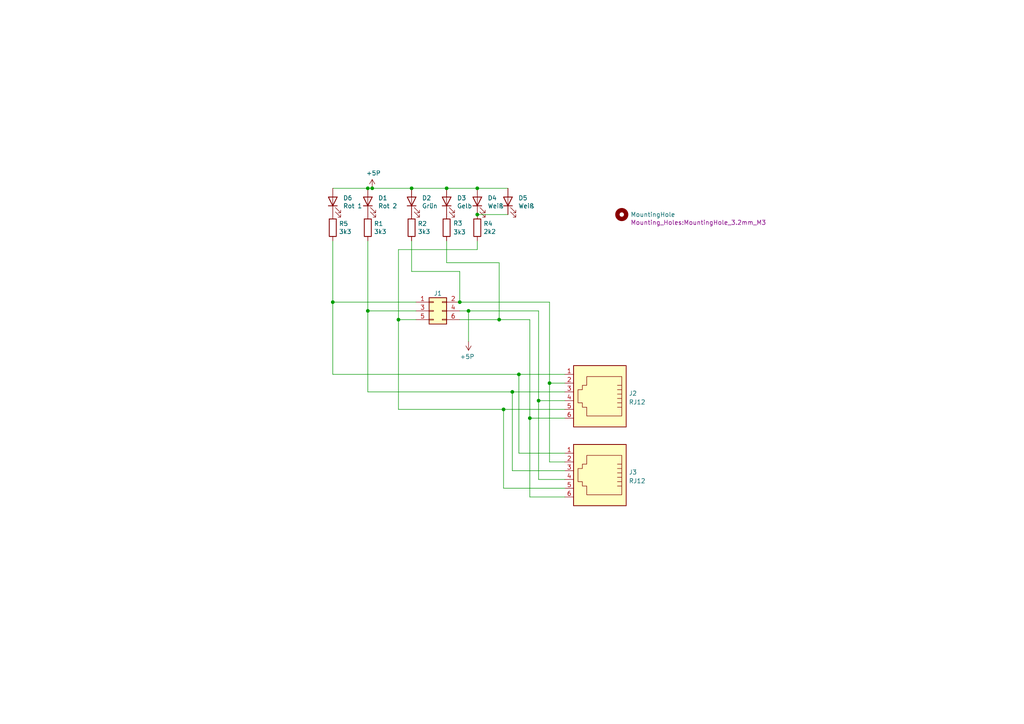
<source format=kicad_sch>
(kicad_sch (version 20211123) (generator eeschema)
  (paper "A4")
  (lib_symbols
    (symbol "Connector:RJ12" (pin_names (offset 1.016))
      (property "Reference" "J" (at -5.08 11.43 0))
      (property "Value" "RJ12" (at 2.54 11.43 0))
      (symbol "RJ12_0_1"
        (polyline (pts (xy -6.35 -1.905) (xy -5.08 -1.905) (xy -5.08 -1.905)))
        (polyline (pts (xy -6.35 -0.635) (xy -5.08 -0.635) (xy -5.08 -0.635)))
        (polyline (pts (xy -6.35 0.635) (xy -5.08 0.635) (xy -5.08 0.635)))
        (polyline (pts (xy -6.35 1.905) (xy -5.08 1.905) (xy -5.08 1.905)))
        (polyline (pts (xy -6.35 3.175) (xy -5.08 3.175) (xy -5.08 3.175)))
        (polyline (pts (xy -5.08 4.445) (xy -6.35 4.445) (xy -6.35 4.445)))
        (polyline (pts (xy -6.35 -4.445) (xy -6.35 6.985) (xy 3.81 6.985) (xy 3.81 4.445) (xy 5.08 4.445) (xy 5.08 3.175) (xy 6.35 3.175) (xy 6.35 -0.635) (xy 5.08 -0.635) (xy 5.08 -1.905) (xy 3.81 -1.905) (xy 3.81 -4.445) (xy -6.35 -4.445) (xy -6.35 -4.445)))
        (rectangle (start 7.62 10.16) (end -7.62 -7.62) (stroke (width 0.254)) (fill (type background)))
      )
      (symbol "RJ12_1_1"
        (pin passive line (at 10.16 -5.08 180) (length 2.54) (name "~") (number "1"))
        (pin passive line (at 10.16 -2.54 180) (length 2.54) (name "~") (number "2"))
        (pin passive line (at 10.16 0 180) (length 2.54) (name "~") (number "3"))
        (pin passive line (at 10.16 2.54 180) (length 2.54) (name "~") (number "4"))
        (pin passive line (at 10.16 5.08 180) (length 2.54) (name "~") (number "5"))
        (pin passive line (at 10.16 7.62 180) (length 2.54) (name "~") (number "6"))
      )
    )
    (symbol "Connector_Generic:Conn_02x03_Odd_Even" (pin_names (offset 1.016) hide)
      (property "Reference" "J" (at 1.27 5.08 0))
      (property "Value" "Conn_02x03_Odd_Even" (at 1.27 -5.08 0))
      (symbol "Conn_02x03_Odd_Even_1_1"
        (rectangle (start -1.27 -2.413) (end 0 -2.667) (stroke (width 0.1524)))
        (rectangle (start -1.27 0.127) (end 0 -0.127) (stroke (width 0.1524)))
        (rectangle (start -1.27 2.667) (end 0 2.413) (stroke (width 0.1524)))
        (rectangle (start -1.27 3.81) (end 3.81 -3.81) (stroke (width 0.254)) (fill (type background)))
        (rectangle (start 3.81 -2.413) (end 2.54 -2.667) (stroke (width 0.1524)))
        (rectangle (start 3.81 0.127) (end 2.54 -0.127) (stroke (width 0.1524)))
        (rectangle (start 3.81 2.667) (end 2.54 2.413) (stroke (width 0.1524)))
        (pin passive line (at -5.08 2.54 0) (length 3.81) (name "Pin_1") (number "1"))
        (pin passive line (at 7.62 2.54 180) (length 3.81) (name "Pin_2") (number "2"))
        (pin passive line (at -5.08 0 0) (length 3.81) (name "Pin_3") (number "3"))
        (pin passive line (at 7.62 0 180) (length 3.81) (name "Pin_4") (number "4"))
        (pin passive line (at -5.08 -2.54 0) (length 3.81) (name "Pin_5") (number "5"))
        (pin passive line (at 7.62 -2.54 180) (length 3.81) (name "Pin_6") (number "6"))
      )
    )
    (symbol "Device:LED" (pin_numbers hide) (pin_names (offset 1.016) hide)
      (property "Reference" "D" (at 0 2.54 0))
      (property "Value" "LED" (at 0 -2.54 0))
      (symbol "LED_0_1"
        (polyline (pts (xy -1.27 -1.27) (xy -1.27 1.27)) (stroke (width 0.254)))
        (polyline (pts (xy -1.27 0) (xy 1.27 0)))
        (polyline (pts (xy 1.27 -1.27) (xy 1.27 1.27) (xy -1.27 0) (xy 1.27 -1.27)) (stroke (width 0.254)))
        (polyline (pts (xy -3.048 -0.762) (xy -4.572 -2.286) (xy -3.81 -2.286) (xy -4.572 -2.286) (xy -4.572 -1.524)))
        (polyline (pts (xy -1.778 -0.762) (xy -3.302 -2.286) (xy -2.54 -2.286) (xy -3.302 -2.286) (xy -3.302 -1.524)))
      )
      (symbol "LED_1_1"
        (pin passive line (at -3.81 0 0) (length 2.54) (name "K") (number "1"))
        (pin passive line (at 3.81 0 180) (length 2.54) (name "A") (number "2"))
      )
    )
    (symbol "Device:R" (pin_numbers hide) (pin_names (offset 0))
      (property "Reference" "R" (at 2.032 0 90))
      (property "Value" "R" (at 0 0 90))
      (symbol "R_0_1"
        (rectangle (start -1.016 -2.54) (end 1.016 2.54) (stroke (width 0.254)))
      )
      (symbol "R_1_1"
        (pin passive line (at 0 3.81 270) (length 1.27) (name "~") (number "1"))
        (pin passive line (at 0 -3.81 90) (length 1.27) (name "~") (number "2"))
      )
    )
    (symbol "Mechanical:MountingHole" (pin_names (offset 1.016))
      (property "Reference" "H" (at 0 5.08 0))
      (property "Value" "MountingHole" (at 0 3.175 0))
      (symbol "MountingHole_0_1"
        (circle (center 0 0) (radius 1.27) (stroke (width 1.27)))
      )
    )
    (symbol "power:+5P" (power) (pin_names (offset 0))
      (property "Value" "+5P" (at 0 3.556 0))
      (symbol "+5P_0_1"
        (polyline (pts (xy -0.762 1.27) (xy 0 2.54)))
        (polyline (pts (xy 0 0) (xy 0 2.54)))
        (polyline (pts (xy 0 2.54) (xy 0.762 1.27)))
      )
      (symbol "+5P_1_1"
        (pin power_in line (at 0 0 90) (length 0) hide (name "+5P") (number "1"))
      )
    )
  )
  (junction (at 96.52 87.63))
  (junction (at 106.68 90.17))
  (junction (at 156.21 116.205))
  (junction (at 106.68 54.61))
  (junction (at 144.78 92.71))
  (junction (at 119.38 54.61))
  (junction (at 138.43 62.23))
  (junction (at 153.67 121.285))
  (junction (at 129.54 54.61))
  (junction (at 133.35 87.63))
  (junction (at 115.57 92.71))
  (junction (at 138.43 54.61))
  (junction (at 146.05 118.745))
  (junction (at 107.95 54.61))
  (junction (at 150.495 108.585))
  (junction (at 148.59 113.665))
  (junction (at 159.385 111.125))
  (junction (at 135.89 90.17))
  (wire (pts (xy 106.68 90.17) (xy 120.65 90.17)))
  (wire (pts (xy 153.67 121.285) (xy 153.67 144.145)))
  (wire (pts (xy 156.21 139.065) (xy 163.83 139.065)))
  (wire (pts (xy 159.385 111.125) (xy 163.83 111.125)))
  (wire (pts (xy 144.78 92.71) (xy 153.67 92.71)))
  (wire (pts (xy 96.52 108.585) (xy 150.495 108.585)))
  (wire (pts (xy 153.67 121.285) (xy 163.83 121.285)))
  (wire (pts (xy 96.52 87.63) (xy 96.52 108.585)))
  (wire (pts (xy 147.32 54.61) (xy 138.43 54.61)))
  (wire (pts (xy 119.38 78.74) (xy 133.35 78.74)))
  (wire (pts (xy 115.57 72.39) (xy 138.43 72.39)))
  (wire (pts (xy 156.21 116.205) (xy 163.83 116.205)))
  (wire (pts (xy 156.21 116.205) (xy 156.21 139.065)))
  (wire (pts (xy 153.67 144.145) (xy 163.83 144.145)))
  (wire (pts (xy 106.68 90.17) (xy 106.68 113.665)))
  (wire (pts (xy 115.57 72.39) (xy 115.57 92.71)))
  (wire (pts (xy 146.05 118.745) (xy 146.05 141.605)))
  (wire (pts (xy 146.05 118.745) (xy 163.83 118.745)))
  (wire (pts (xy 150.495 108.585) (xy 163.83 108.585)))
  (wire (pts (xy 150.495 131.445) (xy 163.83 131.445)))
  (wire (pts (xy 144.78 92.71) (xy 133.35 92.71)))
  (wire (pts (xy 159.385 133.985) (xy 163.83 133.985)))
  (wire (pts (xy 159.385 87.63) (xy 159.385 111.125)))
  (wire (pts (xy 96.52 87.63) (xy 120.65 87.63)))
  (wire (pts (xy 107.95 54.61) (xy 119.38 54.61)))
  (wire (pts (xy 150.495 108.585) (xy 150.495 131.445)))
  (wire (pts (xy 115.57 92.71) (xy 115.57 118.745)))
  (wire (pts (xy 135.89 90.17) (xy 135.89 99.06)))
  (wire (pts (xy 133.35 90.17) (xy 135.89 90.17)))
  (wire (pts (xy 106.68 113.665) (xy 148.59 113.665)))
  (wire (pts (xy 156.21 90.17) (xy 156.21 116.205)))
  (wire (pts (xy 148.59 113.665) (xy 163.83 113.665)))
  (wire (pts (xy 107.95 54.61) (xy 106.68 54.61)))
  (wire (pts (xy 133.35 87.63) (xy 159.385 87.63)))
  (wire (pts (xy 96.52 54.61) (xy 106.68 54.61)))
  (wire (pts (xy 133.35 78.74) (xy 133.35 87.63)))
  (wire (pts (xy 129.54 69.85) (xy 129.54 76.2)))
  (wire (pts (xy 115.57 118.745) (xy 146.05 118.745)))
  (wire (pts (xy 138.43 62.23) (xy 147.32 62.23)))
  (wire (pts (xy 153.67 92.71) (xy 153.67 121.285)))
  (wire (pts (xy 115.57 92.71) (xy 120.65 92.71)))
  (wire (pts (xy 129.54 76.2) (xy 144.78 76.2)))
  (wire (pts (xy 144.78 76.2) (xy 144.78 92.71)))
  (wire (pts (xy 106.68 90.17) (xy 106.68 69.85)))
  (wire (pts (xy 119.38 78.74) (xy 119.38 69.85)))
  (wire (pts (xy 119.38 54.61) (xy 129.54 54.61)))
  (wire (pts (xy 146.05 141.605) (xy 163.83 141.605)))
  (wire (pts (xy 138.43 72.39) (xy 138.43 69.85)))
  (wire (pts (xy 135.89 90.17) (xy 156.21 90.17)))
  (wire (pts (xy 148.59 113.665) (xy 148.59 136.525)))
  (wire (pts (xy 148.59 136.525) (xy 163.83 136.525)))
  (wire (pts (xy 96.52 69.85) (xy 96.52 87.63)))
  (wire (pts (xy 129.54 54.61) (xy 138.43 54.61)))
  (wire (pts (xy 159.385 111.125) (xy 159.385 133.985)))
  (symbol (lib_id "power:+5P") (at 107.95 54.61 0) (unit 1)
    (property "Reference" "#PWR0101" (effects hide))
    (property "Value" "+5P" (at 108.331 50.2158 0))
  )
  (symbol (lib_id "Device:LED") (at 106.68 58.42 90) (unit 1)
    (property "Reference" "D1" (at 109.6772 57.4294 90) (effects (justify right)))
    (property "Value" "Rot 2" (at 109.6772 59.7408 90) (effects (justify right)))
    (property "Footprint" "LEDs:LED_D3.0mm" (effects hide))
  )
  (symbol (lib_id "Device:R") (at 106.68 66.04 0) (unit 1)
    (property "Reference" "R1" (at 108.458 64.8716 0) (effects (justify left)))
    (property "Value" "3k3" (at 108.458 67.183 0) (effects (justify left)))
    (property "Footprint" "Resistors_THT:R_Axial_DIN0204_L3.6mm_D1.6mm_P7.62mm_Horizontal" (effects hide))
  )
  (symbol (lib_id "Device:LED") (at 119.38 58.42 90) (unit 1)
    (property "Reference" "D2" (at 122.3772 57.4294 90) (effects (justify right)))
    (property "Value" "Grün" (at 122.3772 59.7408 90) (effects (justify right)))
    (property "Footprint" "LEDs:LED_D3.0mm" (effects hide))
  )
  (symbol (lib_id "Device:R") (at 119.38 66.04 0) (unit 1)
    (property "Reference" "R2" (at 121.158 64.8716 0) (effects (justify left)))
    (property "Value" "3k3" (at 121.158 67.183 0) (effects (justify left)))
    (property "Footprint" "Resistors_THT:R_Axial_DIN0204_L3.6mm_D1.6mm_P7.62mm_Horizontal" (effects hide))
  )
  (symbol (lib_id "Device:LED") (at 129.54 58.42 90) (unit 1)
    (property "Reference" "D3" (at 132.5372 57.4294 90) (effects (justify right)))
    (property "Value" "Gelb" (at 132.5372 59.7408 90) (effects (justify right)))
    (property "Footprint" "LEDs:LED_D3.0mm" (effects hide))
  )
  (symbol (lib_id "Device:R") (at 129.54 66.04 0) (unit 1)
    (property "Reference" "3k3" (at 131.445 67.31 0) (effects (justify left)))
    (property "Value" "R3" (at 131.445 64.77 0) (effects (justify left)))
    (property "Footprint" "Resistors_THT:R_Axial_DIN0204_L3.6mm_D1.6mm_P7.62mm_Horizontal" (effects hide))
  )
  (symbol (lib_id "Device:LED") (at 138.43 58.42 90) (unit 1)
    (property "Reference" "D4" (at 141.4272 57.4294 90) (effects (justify right)))
    (property "Value" "Weiß" (at 141.4272 59.7408 90) (effects (justify right)))
    (property "Footprint" "LEDs:LED_D3.0mm" (effects hide))
  )
  (symbol (lib_id "Device:R") (at 138.43 66.04 0) (unit 1)
    (property "Reference" "R4" (at 140.208 64.8716 0) (effects (justify left)))
    (property "Value" "2k2" (at 140.208 67.183 0) (effects (justify left)))
    (property "Footprint" "Resistors_THT:R_Axial_DIN0204_L3.6mm_D1.6mm_P7.62mm_Horizontal" (effects hide))
  )
  (symbol (lib_id "Device:LED") (at 147.32 58.42 90) (unit 1)
    (property "Reference" "D5" (at 150.3172 57.4294 90) (effects (justify right)))
    (property "Value" "Weiß" (at 150.3172 59.7408 90) (effects (justify right)))
    (property "Footprint" "LEDs:LED_D3.0mm" (effects hide))
  )
  (symbol (lib_id "Connector_Generic:Conn_02x03_Odd_Even") (at 125.73 90.17 0) (unit 1) (in_bom no) (on_board no)
    (property "Reference" "J1" (at 127 85.09 0))
    (property "Value" "Conn_02x03_Odd_Even" (effects hide))
    (property "Footprint" "Connectors_IDC:IDC-Header_2x03_P2.54mm_Horizontal" (effects hide))
  )
  (symbol (lib_id "Device:LED") (at 96.52 58.42 90) (unit 1)
    (property "Reference" "D6" (at 99.5172 57.4294 90) (effects (justify right)))
    (property "Value" "Rot 1" (at 99.5172 59.7408 90) (effects (justify right)))
    (property "Footprint" "LEDs:LED_D3.0mm" (effects hide))
  )
  (symbol (lib_id "Device:R") (at 96.52 66.04 0) (unit 1)
    (property "Reference" "R5" (at 98.298 64.8716 0) (effects (justify left)))
    (property "Value" "3k3" (at 98.298 67.183 0) (effects (justify left)))
    (property "Footprint" "Resistors_THT:R_Axial_DIN0204_L3.6mm_D1.6mm_P7.62mm_Horizontal" (effects hide))
  )
  (symbol (lib_id "power:+5P") (at 135.89 99.06 180) (unit 1)
    (property "Reference" "#PWR0102" (effects hide))
    (property "Value" "+5P" (at 135.509 103.4542 0))
  )
  (symbol (lib_id "Mechanical:MountingHole") (at 180.34 62.23 0) (unit 1)
    (property "Reference" "H1" (effects hide))
    (property "Value" "MountingHole" (at 182.88 62.23 0) (effects (justify left)))
    (property "Footprint" "Mounting_Holes:MountingHole_3.2mm_M3" (at 182.88 64.5414 0) (effects (justify left)))
  )
  (symbol (lib_id "Connector:RJ12") (at 173.99 113.665 180) (unit 1)
    (property "Reference" "J2" (at 182.372 114.1003 0) (effects (justify right)))
    (property "Value" "RJ12" (at 182.372 116.6372 0) (effects (justify right)))
    (property "Footprint" "Wago:RJ12_ECON" (effects hide))
  )
  (symbol (lib_id "Connector:RJ12") (at 173.99 136.525 180) (unit 1)
    (property "Reference" "J3" (at 182.372 136.9603 0) (effects (justify right)))
    (property "Value" "RJ12" (at 182.372 139.4972 0) (effects (justify right)))
    (property "Footprint" "Wago:RJ12_ECON" (effects hide))
  )
)
</source>
